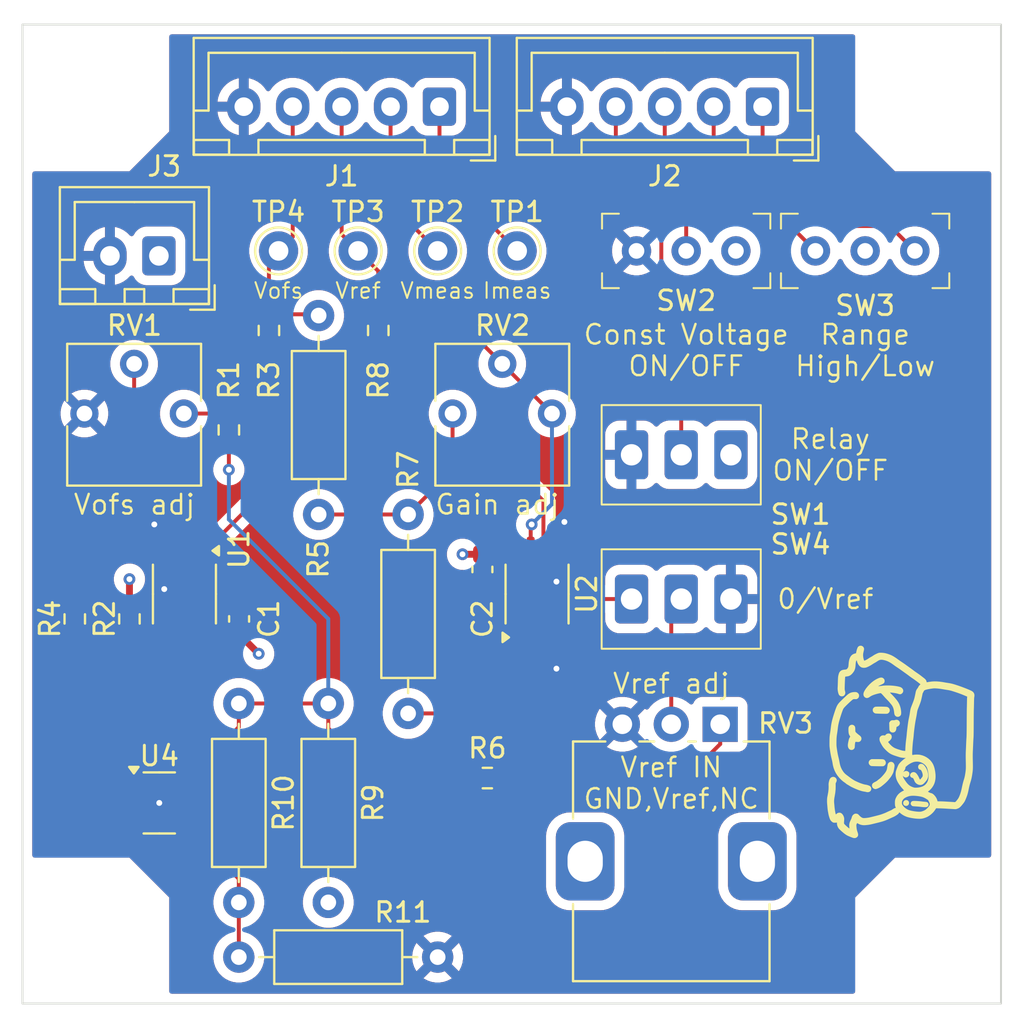
<source format=kicad_pcb>
(kicad_pcb (version 20241229) (generator "pcbnew") (generator_version "9.0")
  (layers (0 "F.Cu" signal) (4 "In1.Cu" signal) (6 "In2.Cu" signal) (2 "B.Cu" signal) (13 "F.Paste" user) (15 "B.Paste" user) (5 "F.SilkS" user "F.Silkscreen") (7 "B.SilkS" user "B.Silkscreen") (1 "F.Mask" user) (3 "B.Mask" user) (25 "Edge.Cuts" user))
  (net 0 "")
  (net 1 "+5V")
  (net 2 "GND")
  (net 3 "Net-(R1-Pad1)")
  (net 4 "Vmeas")
  (net 5 "Net-(R3-Pad1)")
  (net 6 "Imeas")
  (net 7 "LOAD_ENABLE")
  (net 8 "Vconst_ENABLE")
  (net 9 "Vofs")
  (net 10 "SHUNT_SELECT2")
  (net 11 "SHUNT_SELECT1")
  (net 12 "VAA")
  (net 13 "Net-(R5-Pad1)")
  (net 14 "Net-(R2-Pad1)")
  (net 15 "Net-(R6-Pad1)")
  (net 16 "Net-(R7-Pad2)")
  (net 17 "Net-(RV1-Pad2)")
  (net 18 "Vref")
  (net 19 "Net-(R8-Pad1)")
  (net 20 "Net-(U4-FB)")
  (net 21 "Net-(U1-Pad6)")
  (net 22 "Net-(SW4-B)")
  (net 23 "Net-(SW4-A)")
  (footprint "TestPoint:TestPoint_THTPad_D2.0mm_Drill1.0mm" (layer "F.Cu") (at 61.214 51.562)
    (property "Reference" "TP2" (at 0 -1.998 0) (layer "F.SilkS"))
    (property "Value" "TestPoint_Small")
    (pad "1" thru_hole circle (at 0 0) (size 2 2) (drill 1) (layers "*.Cu" "*.Mask") (net 4 "Vmeas"))
  )
  (footprint "Resistor_SMD:R_0603_1608Metric" (layer "F.Cu") (at 63.754 78.486 180)
    (property "Reference" "R6" (at 0 1.524 0) (layer "F.SilkS"))
    (property "Value" "1k")
    (pad "1" smd roundrect (at -0.825 0 180) (size 0.8 0.95) (layers "F.Cu" "F.Mask" "F.Paste") (net 15 "Net-(R6-Pad1)"))
    (pad "2" smd roundrect (at 0.825 0 180) (size 0.8 0.95) (layers "F.Cu" "F.Mask" "F.Paste") (net 12 "VAA"))
  )
  (footprint "Resistor_THT:R_Axial_DIN0207_L6.3mm_D2.5mm_P10.16mm_Horizontal" (layer "F.Cu") (at 59.705 65.024 -90)
    (property "Reference" "R7" (at -2.286 0 90) (layer "F.SilkS"))
    (property "Value" "10k")
    (pad "1" thru_hole circle (at 0 0 270) (size 1.6 1.6) (drill 0.8) (layers "*.Cu" "*.Mask") (net 13 "Net-(R5-Pad1)"))
    (pad "2" thru_hole oval (at 10.16 0 270) (size 1.6 1.6) (drill 0.8) (layers "*.Cu" "*.Mask") (net 16 "Net-(R7-Pad2)"))
  )
  (footprint "Resistor_SMD:R_0603_1608Metric" (layer "F.Cu") (at 58.181 55.626 90)
    (property "Reference" "R8" (at -2.54 0 90) (layer "F.SilkS"))
    (property "Value" "1k")
    (pad "1" smd roundrect (at -0.825 0 90) (size 0.8 0.95) (layers "F.Cu" "F.Mask" "F.Paste") (net 19 "Net-(R8-Pad1)"))
    (pad "2" smd roundrect (at 0.825 0 90) (size 0.8 0.95) (layers "F.Cu" "F.Mask" "F.Paste") (net 18 "Vref"))
  )
  (footprint "AM_Switch: SS-12D00G3" (layer "F.Cu") (at 83.058 51.562 180)
    (property "Reference" "SW3" (at 0 -2.794 0) (layer "F.SilkS"))
    (property "Value" "SW_SPDT")
    (pad "1" thru_hole circle (at -2.54 0 180) (size 1.5 1.5) (drill 0.8) (layers "*.Cu" "*.Mask") (net 10 "SHUNT_SELECT2"))
    (pad "2" thru_hole circle (at 0 0 180) (size 1.5 1.5) (drill 0.8) (layers "*.Cu" "*.Mask") (net 1 "+5V"))
    (pad "3" thru_hole circle (at 2.54 0 180) (size 1.5 1.5) (drill 0.8) (layers "*.Cu" "*.Mask") (net 11 "SHUNT_SELECT1"))
  )
  (footprint "Potentiometer_THT:Potentiometer_Vishay_T73YP_Vertical" (layer "F.Cu") (at 48.245 59.869 90)
    (property "Reference" "RV1" (at 4.497 -2.525 180) (layer "F.SilkS"))
    (property "Value" "10k")
    (pad "1" thru_hole circle (at 0 0 90) (size 1.44 1.44) (drill 0.8) (layers "*.Cu" "*.Mask") (net 3 "Net-(R1-Pad1)"))
    (pad "2" thru_hole circle (at 2.54 -2.54 90) (size 1.44 1.44) (drill 0.8) (layers "*.Cu" "*.Mask") (net 17 "Net-(RV1-Pad2)"))
    (pad "3" thru_hole circle (at 0 -5.08 90) (size 1.44 1.44) (drill 0.8) (layers "*.Cu" "*.Mask") (net 2 "GND"))
  )
  (footprint "AM_Switch: SS-12D00G3" (layer "F.Cu") (at 73.914 51.562 180)
    (property "Reference" "SW2" (at 0 -2.54 0) (layer "F.SilkS"))
    (property "Value" "SW_SPDT")
    (pad "1" thru_hole circle (at -2.54 0 180) (size 1.5 1.5) (drill 0.8) (layers "*.Cu" "*.Mask") (net 1 "+5V"))
    (pad "2" thru_hole circle (at 0 0 180) (size 1.5 1.5) (drill 0.8) (layers "*.Cu" "*.Mask") (net 8 "Vconst_ENABLE"))
    (pad "3" thru_hole circle (at 2.54 0 180) (size 1.5 1.5) (drill 0.8) (layers "*.Cu" "*.Mask") (net 2 "GND"))
  )
  (footprint "Potentiometer_THT:Potentiometer_Vishay_T73YP_Vertical" (layer "F.Cu") (at 67.056 59.869 90)
    (property "Reference" "RV2" (at 4.497 -2.525 180) (layer "F.SilkS"))
    (property "Value" "20k")
    (pad "1" thru_hole circle (at 0 0 90) (size 1.44 1.44) (drill 0.8) (layers "*.Cu" "*.Mask") (net 19 "Net-(R8-Pad1)"))
    (pad "2" thru_hole circle (at 2.54 -2.54 90) (size 1.44 1.44) (drill 0.8) (layers "*.Cu" "*.Mask") (net 19 "Net-(R8-Pad1)"))
    (pad "3" thru_hole circle (at 0 -5.08 90) (size 1.44 1.44) (drill 0.8) (layers "*.Cu" "*.Mask") (net 13 "Net-(R5-Pad1)"))
  )
  (footprint "AM_Switch:2MS1-T1-B4-M2-Q-E" (layer "F.Cu") (at 73.66 69.342)
    (property "Reference" "SW4" (at 6.096 -2.794 0) (layer "F.SilkS"))
    (property "Value" "SW_SPDT")
    (pad "1" thru_hole roundrect (at -2.54 0) (size 1.7 2.5) (drill 1.09) (layers "*.Cu" "*.Mask") (roundrect_rratio 0.15) (net 23 "Net-(SW4-A)"))
    (pad "2" thru_hole roundrect (at 0 0) (size 1.7 2.5) (drill 1.09) (layers "*.Cu" "*.Mask") (roundrect_rratio 0.15) (net 22 "Net-(SW4-B)"))
    (pad "3" thru_hole roundrect (at 2.54 0) (size 1.7 2.5) (drill 1.09) (layers "*.Cu" "*.Mask") (roundrect_rratio 0.15) (net 2 "GND"))
  )
  (footprint "Resistor_THT:R_Axial_DIN0207_L6.3mm_D2.5mm_P10.16mm_Horizontal" (layer "F.Cu") (at 61.214 87.63 180)
    (property "Reference" "R11" (at 1.778 2.286 0) (layer "F.SilkS"))
    (property "Value" "1k")
    (pad "1" thru_hole circle (at 0 0 180) (size 1.6 1.6) (drill 0.8) (layers "*.Cu" "*.Mask") (net 2 "GND"))
    (pad "2" thru_hole oval (at 10.16 0 180) (size 1.6 1.6) (drill 0.8) (layers "*.Cu" "*.Mask") (net 20 "Net-(U4-FB)"))
  )
  (footprint "TestPoint:TestPoint_THTPad_D2.0mm_Drill1.0mm" (layer "F.Cu") (at 57.15 51.562)
    (property "Reference" "TP3" (at 0 -1.998 0) (layer "F.SilkS"))
    (property "Value" "TestPoint_Small")
    (pad "1" thru_hole circle (at 0 0) (size 2 2) (drill 1) (layers "*.Cu" "*.Mask") (net 18 "Vref"))
  )
  (footprint "MountingHole:MountingHole_3.2mm_M3" (layer "F.Cu") (at 44 44)
    (property "Reference" "H1" (hide yes))
    (property "Value" "MountingHole")
    (pad "" np_thru_hole circle (at 0 0) (size 3.2 3.2) (drill 3.2) (layers "*.Cu" "*.Mask"))
  )
  (footprint "Resistor_SMD:R_0603_1608Metric" (layer "F.Cu") (at 52.593 55.626 90)
    (property "Reference" "R3" (at -2.54 0 90) (layer "F.SilkS"))
    (property "Value" "1k")
    (pad "1" smd roundrect (at -0.825 0 90) (size 0.8 0.95) (layers "F.Cu" "F.Mask" "F.Paste") (net 5 "Net-(R3-Pad1)"))
    (pad "2" smd roundrect (at 0.825 0 90) (size 0.8 0.95) (layers "F.Cu" "F.Mask" "F.Paste") (net 9 "Vofs"))
  )
  (footprint "Potentiometer_THT:Potentiometer_Alps_RK09K_Single_Vertical" (layer "F.Cu") (at 75.652 75.738 -90)
    (property "Reference" "RV3" (at -0.046 -3.342 0) (layer "F.SilkS"))
    (property "Value" "10k")
    (pad "1" thru_hole rect (at 0 0 270) (size 1.8 1.8) (drill 1) (layers "*.Cu" "*.Mask") (net 15 "Net-(R6-Pad1)"))
    (pad "2" thru_hole circle (at 0 2.5 270) (size 1.8 1.8) (drill 1) (layers "*.Cu" "*.Mask") (net 22 "Net-(SW4-B)"))
    (pad "3" thru_hole circle (at 0 5 270) (size 1.8 1.8) (drill 1) (layers "*.Cu" "*.Mask") (net 2 "GND"))
    (pad "MP" thru_hole roundrect (at 7 -1.9 270) (size 4 3) (drill oval 2.1 1.8) (layers "*.Cu" "*.Mask"))
    (pad "MP" thru_hole roundrect (at 7 6.9 270) (size 4 3) (drill oval 2.1 1.8) (layers "*.Cu" "*.Mask"))
  )
  (footprint "MountingHole:MountingHole_3.2mm_M3" (layer "F.Cu") (at 86 86)
    (property "Reference" "H3" (hide yes))
    (property "Value" "MountingHole")
    (pad "" np_thru_hole circle (at 0 0) (size 3.2 3.2) (drill 3.2) (layers "*.Cu" "*.Mask"))
  )
  (footprint "Resistor_SMD:R_0603_1608Metric" (layer "F.Cu") (at 45.466 70.358 90)
    (property "Reference" "R2" (at 0 -1.27 90) (layer "F.SilkS"))
    (property "Value" "1k")
    (pad "1" smd roundrect (at -0.825 0 90) (size 0.8 0.95) (layers "F.Cu" "F.Mask" "F.Paste") (net 14 "Net-(R2-Pad1)"))
    (pad "2" smd roundrect (at 0.825 0 90) (size 0.8 0.95) (layers "F.Cu" "F.Mask" "F.Paste") (net 1 "+5V"))
  )
  (footprint "Package_SO:MSOP-8_3x3mm_P0.65mm" (layer "F.Cu") (at 48.275 69.088 -90)
    (property "Reference" "U1" (at -2.286 -2.794 90) (layer "F.SilkS"))
    (property "Value" "S-89713B-K8T2U")
    (pad "1" smd roundrect (at -2.1125 -0.975 270) (size 1.625 0.4) (layers "F.Cu" "F.Mask" "F.Paste") (net 5 "Net-(R3-Pad1)"))
    (pad "2" smd roundrect (at -2.1125 -0.325 270) (size 1.625 0.4) (layers "F.Cu" "F.Mask" "F.Paste") (net 5 "Net-(R3-Pad1)"))
    (pad "3" smd roundrect (at -2.1125 0.325 270) (size 1.625 0.4) (layers "F.Cu" "F.Mask" "F.Paste") (net 17 "Net-(RV1-Pad2)"))
    (pad "4" smd roundrect (at -2.1125 0.975 270) (size 1.625 0.4) (layers "F.Cu" "F.Mask" "F.Paste") (net 2 "GND"))
    (pad "5" smd roundrect (at 2.1125 0.975 270) (size 1.625 0.4) (layers "F.Cu" "F.Mask" "F.Paste") (net 14 "Net-(R2-Pad1)"))
    (pad "6" smd roundrect (at 2.1125 0.325 270) (size 1.625 0.4) (layers "F.Cu" "F.Mask" "F.Paste") (net 21 "Net-(U1-Pad6)"))
    (pad "7" smd roundrect (at 2.1125 -0.325 270) (size 1.625 0.4) (layers "F.Cu" "F.Mask" "F.Paste") (net 21 "Net-(U1-Pad6)"))
    (pad "8" smd roundrect (at 2.1125 -0.975 270) (size 1.625 0.4) (layers "F.Cu" "F.Mask" "F.Paste") (net 1 "+5V"))
  )
  (footprint "Package_SO:MSOP-8_3x3mm_P0.65mm" (layer "F.Cu") (at 66.294 69.088 90)
    (property "Reference" "U2" (at 0 2.54 90) (layer "F.SilkS"))
    (property "Value" "S-89713B-K8T2U")
    (pad "1" smd roundrect (at -2.1125 -0.975 90) (size 1.625 0.4) (layers "F.Cu" "F.Mask" "F.Paste") (net 16 "Net-(R7-Pad2)"))
    (pad "2" smd roundrect (at -2.1125 -0.325 90) (size 1.625 0.4) (layers "F.Cu" "F.Mask" "F.Paste") (net 16 "Net-(R7-Pad2)"))
    (pad "3" smd roundrect (at -2.1125 0.325 90) (size 1.625 0.4) (layers "F.Cu" "F.Mask" "F.Paste") (net 23 "Net-(SW4-A)"))
    (pad "4" smd roundrect (at -2.1125 0.975 90) (size 1.625 0.4) (layers "F.Cu" "F.Mask" "F.Paste") (net 2 "GND"))
    (pad "5" smd roundrect (at 2.1125 0.975 90) (size 1.625 0.4) (layers "F.Cu" "F.Mask" "F.Paste") (net 2 "GND"))
    (pad "6" smd roundrect (at 2.1125 0.325 90) (size 1.625 0.4) (layers "F.Cu" "F.Mask" "F.Paste") (net 13 "Net-(R5-Pad1)"))
    (pad "7" smd roundrect (at 2.1125 -0.325 90) (size 1.625 0.4) (layers "F.Cu" "F.Mask" "F.Paste") (net 19 "Net-(R8-Pad1)"))
    (pad "8" smd roundrect (at 2.1125 -0.975 90) (size 1.625 0.4) (layers "F.Cu" "F.Mask" "F.Paste") (net 1 "+5V"))
  )
  (footprint "TestPoint:TestPoint_THTPad_D2.0mm_Drill1.0mm" (layer "F.Cu") (at 65.278 51.562)
    (property "Reference" "TP1" (at 0 -1.998 0) (layer "F.SilkS"))
    (property "Value" "TestPoint_Small")
    (pad "1" thru_hole circle (at 0 0) (size 2 2) (drill 1) (layers "*.Cu" "*.Mask") (net 6 "Imeas"))
  )
  (footprint "Connector_JST:JST_XH_B5B-XH-A_1x05_P2.50mm_Vertical" (layer "F.Cu") (at 61.308 44.196 180)
    (property "Reference" "J1" (at 5 -3.55 0) (layer "F.SilkS"))
    (property "Value" "AnalogIO")
    (pad "1" thru_hole roundrect (at 0 0 180) (size 1.7 1.95) (drill 0.95) (layers "*.Cu" "*.Mask") (roundrect_rratio 0.147059) (net 6 "Imeas"))
    (pad "2" thru_hole oval (at 2.5 0 180) (size 1.7 1.95) (drill 0.95) (layers "*.Cu" "*.Mask") (net 4 "Vmeas"))
    (pad "3" thru_hole oval (at 5 0 180) (size 1.7 1.95) (drill 0.95) (layers "*.Cu" "*.Mask") (net 18 "Vref"))
    (pad "4" thru_hole oval (at 7.5 0 180) (size 1.7 1.95) (drill 0.95) (layers "*.Cu" "*.Mask") (net 9 "Vofs"))
    (pad "5" thru_hole oval (at 10 0 180) (size 1.7 1.95) (drill 0.95) (layers "*.Cu" "*.Mask") (net 2 "GND"))
  )
  (footprint "Resistor_SMD:R_0603_1608Metric" (layer "F.Cu") (at 50.546 60.706 -90)
    (property "Reference" "R1" (at -2.54 0 90) (layer "F.SilkS"))
    (property "Value" "1k")
    (pad "1" smd roundrect (at -0.825 0 270) (size 0.8 0.95) (layers "F.Cu" "F.Mask" "F.Paste") (net 3 "Net-(R1-Pad1)"))
    (pad "2" smd roundrect (at 0.825 0 270) (size 0.8 0.95) (layers "F.Cu" "F.Mask" "F.Paste") (net 12 "VAA"))
  )
  (footprint "MountingHole:MountingHole_3.2mm_M3" (layer "F.Cu") (at 44 86)
    (property "Reference" "H4" (hide yes))
    (property "Value" "MountingHole")
    (pad "" np_thru_hole circle (at 0 0) (size 3.2 3.2) (drill 3.2) (layers "*.Cu" "*.Mask"))
  )
  (footprint "Resistor_THT:R_Axial_DIN0207_L6.3mm_D2.5mm_P10.16mm_Horizontal" (layer "F.Cu") (at 55.133 65.024 90)
    (property "Reference" "R5" (at -2.286 -0.015 90) (layer "F.SilkS"))
    (property "Value" "10k")
    (pad "1" thru_hole circle (at 0 0 90) (size 1.6 1.6) (drill 0.8) (layers "*.Cu" "*.Mask") (net 13 "Net-(R5-Pad1)"))
    (pad "2" thru_hole oval (at 10.16 0 90) (size 1.6 1.6) (drill 0.8) (layers "*.Cu" "*.Mask") (net 9 "Vofs"))
  )
  (footprint "Capacitor_SMD:C_0603_1608Metric" (layer "F.Cu") (at 63.5 67.831 -90)
    (property "Reference" "C2" (at 2.527 0 90) (layer "F.SilkS"))
    (property "Value" "0.1u")
    (pad "1" smd roundrect (at -0.775 0 270) (size 0.9 0.95) (layers "F.Cu" "F.Mask" "F.Paste") (net 1 "+5V"))
    (pad "2" smd roundrect (at 0.775 0 270) (size 0.9 0.95) (layers "F.Cu" "F.Mask" "F.Paste") (net 2 "GND"))
  )
  (footprint "Package_TO_SOT_SMD:SOT-23-5" (layer "F.Cu") (at 46.99 79.756)
    (property "Reference" "U4" (at 0 -2.4 0) (layer "F.SilkS"))
    (property "Value" "NJM2825F")
    (pad "1" smd roundrect (at -1.1375 -0.95) (size 1.325 0.6) (layers "F.Cu" "F.Mask" "F.Paste"))
    (pad "2" smd roundrect (at -1.1375 0) (size 1.325 0.6) (layers "F.Cu" "F.Mask" "F.Paste") (net 2 "GND"))
    (pad "3" smd roundrect (at -1.1375 0.95) (size 1.325 0.6) (layers "F.Cu" "F.Mask" "F.Paste"))
    (pad "4" smd roundrect (at 1.1375 0.95) (size 1.325 0.6) (layers "F.Cu" "F.Mask" "F.Paste") (net 20 "Net-(U4-FB)"))
    (pad "5" smd roundrect (at 1.1375 -0.95) (size 1.325 0.6) (layers "F.Cu" "F.Mask" "F.Paste") (net 12 "VAA"))
  )
  (footprint "Capacitor_SMD:C_0603_1608Metric" (layer "F.Cu") (at 51.069 70.358 90)
    (property "Reference" "C1" (at 0 1.524 90) (layer "F.SilkS"))
    (property "Value" "0.1u")
    (pad "1" smd roundrect (at -0.775 0 90) (size 0.9 0.95) (layers "F.Cu" "F.Mask" "F.Paste") (net 1 "+5V"))
    (pad "2" smd roundrect (at 0.775 0 90) (size 0.9 0.95) (layers "F.Cu" "F.Mask" "F.Paste") (net 2 "GND"))
  )
  (footprint "TestPoint:TestPoint_THTPad_D2.0mm_Drill1.0mm" (layer "F.Cu") (at 53.086 51.562)
    (property "Reference" "TP4" (at 0 -1.998 0) (layer "F.SilkS"))
    (property "Value" "TestPoint_Small")
    (pad "1" thru_hole circle (at 0 0) (size 2 2) (drill 1) (layers "*.Cu" "*.Mask") (net 9 "Vofs"))
  )
  (footprint "Connector_JST:JST_XH_B2B-XH-A_1x02_P2.50mm_Vertical" (layer "F.Cu") (at 46.97 51.816 180)
    (property "Reference" "J3" (at -0.274 4.572 0) (layer "F.SilkS"))
    (property "Value" "Conn_01x02")
    (pad "1" thru_hole roundrect (at 0 0 180) (size 1.7 2) (drill 1) (layers "*.Cu" "*.Mask") (roundrect_rratio 0.147059) (net 1 "+5V"))
    (pad "2" thru_hole oval (at 2.5 0 180) (size 1.7 2) (drill 1) (layers "*.Cu" "*.Mask") (net 2 "GND"))
  )
  (footprint "AM_Switch:2MS1-T1-B4-M2-Q-E" (layer "F.Cu") (at 73.66 61.976)
    (property "Reference" "SW1" (at 6.096 3.048 0) (layer "F.SilkS"))
    (property "Value" "SW_SPDT")
    (pad "1" thru_hole roundrect (at -2.54 0) (size 1.7 2.5) (drill 1.09) (layers "*.Cu" "*.Mask") (roundrect_rratio 0.15) (net 2 "GND"))
    (pad "2" thru_hole roundrect (at 0 0) (size 1.7 2.5) (drill 1.09) (layers "*.Cu" "*.Mask") (roundrect_rratio 0.15) (net 7 "LOAD_ENABLE"))
    (pad "3" thru_hole roundrect (at 2.54 0) (size 1.7 2.5) (drill 1.09) (layers "*.Cu" "*.Mask") (roundrect_rratio 0.15) (net 1 "+5V"))
  )
  (footprint "Connector_JST:JST_XH_B5B-XH-A_1x05_P2.50mm_Vertical" (layer "F.Cu") (at 77.818 44.196 180)
    (property "Reference" "J2" (at 5 -3.55 0) (layer "F.SilkS"))
    (property "Value" "Switch_Control")
    (pad "1" thru_hole roundrect (at 0 0 180) (size 1.7 1.95) (drill 0.95) (layers "*.Cu" "*.Mask") (roundrect_rratio 0.147059) (net 10 "SHUNT_SELECT2"))
    (pad "2" thru_hole oval (at 2.5 0 180) (size 1.7 1.95) (drill 0.95) (layers "*.Cu" "*.Mask") (net 11 "SHUNT_SELECT1"))
    (pad "3" thru_hole oval (at 5 0 180) (size 1.7 1.95) (drill 0.95) (layers "*.Cu" "*.Mask") (net 8 "Vconst_ENABLE"))
    (pad "4" thru_hole oval (at 7.5 0 180) (size 1.7 1.95) (drill 0.95) (layers "*.Cu" "*.Mask") (net 7 "LOAD_ENABLE"))
    (pad "5" thru_hole oval (at 10 0 180) (size 1.7 1.95) (drill 0.95) (layers "*.Cu" "*.Mask") (net 2 "GND"))
  )
  (footprint "MountingHole:MountingHole_3.2mm_M3" (layer "F.Cu") (at 86 44)
    (property "Reference" "H2" (hide yes))
    (property "Value" "MountingHole")
    (pad "" np_thru_hole circle (at 0 0) (size 3.2 3.2) (drill 3.2) (layers "*.Cu" "*.Mask"))
  )
  (footprint "Resistor_THT:R_Axial_DIN0207_L6.3mm_D2.5mm_P10.16mm_Horizontal" (layer "F.Cu") (at 51.054 84.836 90)
    (property "Reference" "R10" (at 5.08 2.286 90) (layer "F.SilkS"))
    (property "Value" "1k")
    (pad "1" thru_hole circle (at 0 0 90) (size 1.6 1.6) (drill 0.8) (layers "*.Cu" "*.Mask") (net 20 "Net-(U4-FB)"))
    (pad "2" thru_hole oval (at 10.16 0 90) (size 1.6 1.6) (drill 0.8) (layers "*.Cu" "*.Mask") (net 12 "VAA"))
  )
  (footprint "Resistor_SMD:R_0603_1608Metric" (layer "F.Cu") (at 42.672 70.358 -90)
    (property "Reference" "R4" (at 0 1.27 90) (layer "F.SilkS"))
    (property "Value" "1k")
    (pad "1" smd roundrect (at -0.825 0 270) (size 0.8 0.95) (layers "F.Cu" "F.Mask" "F.Paste") (net 2 "GND"))
    (pad "2" smd roundrect (at 0.825 0 270) (size 0.8 0.95) (layers "F.Cu" "F.Mask" "F.Paste") (net 14 "Net-(R2-Pad1)"))
  )
  (footprint "Eoshi-chan_v2:Eoshi-chan-v2_10x10" (layer "F.Cu") (at 84.836 76.708 -90)
    (property "Reference" "P1" (hide yes))
    (property "Value" "Eoshi-chan_Silk" (hide yes))
  )
  (footprint "Resistor_THT:R_Axial_DIN0207_L6.3mm_D2.5mm_P10.16mm_Horizontal" (layer "F.Cu") (at 55.626 74.676 -90)
    (property "Reference" "R9" (at 5.08 -2.286 90) (layer "F.SilkS"))
    (property "Value" "1k")
    (pad "1" thru_hole circle (at 0 0 270) (size 1.6 1.6) (drill 0.8) (layers "*.Cu" "*.Mask") (net 12 "VAA"))
    (pad "2" thru_hole oval (at 10.16 0 270) (size 1.6 1.6) (drill 0.8) (layers "*.Cu" "*.Mask") (net 1 "+5V"))
  )
  (gr_rect (start 40 40) (end 90 90) (stroke (width 0.1)) (fill no) (layer "Edge.Cuts"))
  (gr_text "Imeas" (at 65.278 53.594 0) (layer "F.SilkS") (effects (font (size 0.8 0.8) (thickness 0.1))))
  (gr_text "Vofs" (at 53.086 53.594 0) (layer "F.SilkS") (effects (font (size 0.8 0.8) (thickness 0.1))))
  (gr_text "Vofs adj" (at 45.72 64.516 0) (layer "F.SilkS") (effects (font (size 1 1) (thickness 0.125))))
  (gr_text "Vmeas" (at 61.214 53.594 0) (layer "F.SilkS") (effects (font (size 0.8 0.8) (thickness 0.1))))
  (gr_text "Gain adj" (at 64.262 64.516 0) (layer "F.SilkS") (effects (font (size 1 1) (thickness 0.125))))
  (gr_text "Range\nHigh/Low" (at 83.058 56.642 0) (layer "F.SilkS") (effects (font (size 1 1) (thickness 0.125))))
  (gr_text "Vref adj" (at 73.1525 73.66 0) (layer "F.SilkS") (effects (font (size 1 1) (thickness 0.125))))
  (gr_text "Const Voltage\nON/OFF" (at 73.914 56.642 0) (layer "F.SilkS") (effects (font (size 1 1) (thickness 0.125))))
  (gr_text "Vref IN\nGND,Vref,NC" (at 73.152 78.74 0) (layer "F.SilkS") (effects (font (size 1 1) (thickness 0.125))))
  (gr_text "0/Vref" (at 81.026 69.342 0) (layer "F.SilkS") (effects (font (size 1 1) (thickness 0.125))))
  (gr_text "Vref" (at 57.15 53.594 0) (layer "F.SilkS") (effects (font (size 0.8 0.8) (thickness 0.1))))
  (gr_text "Relay\nON/OFF" (at 81.28 61.976 0) (layer "F.SilkS") (effects (font (size 1 1) (thickness 0.125))))
  (segment (start 51.069 71.133) (end 51.069 71.135) (width 0.35) (layer "F.Cu") (net 1))
  (segment (start 51.069 71.135) (end 52.07 72.136) (width 0.35) (layer "F.Cu") (net 1))
  (segment (start 51.0015 71.2005) (end 51.069 71.133) (width 0.35) (layer "F.Cu") (net 1))
  (segment (start 45.466 69.533) (end 45.466 68.326) (width 0.35) (layer "F.Cu") (net 1))
  (segment (start 63.5 67.056) (end 63.5805 66.9755) (width 0.35) (layer "F.Cu") (net 1))
  (segment (start 49.25 71.2005) (end 51.0015 71.2005) (width 0.35) (layer "F.Cu") (net 1))
  (segment (start 63.5805 66.9755) (end 65.319 66.9755) (width 0.35) (layer "F.Cu") (net 1))
  (segment (start 63.5 67.056) (end 62.484 67.056) (width 0.35) (layer "F.Cu") (net 1))
  (via (at 62.484 67.056) (size 0.6) (drill 0.3) (layers "F.Cu" "B.Cu") (net 1))
  (via (at 45.466 68.326) (size 0.6) (drill 0.3) (layers "F.Cu" "B.Cu") (net 1))
  (via (at 52.07 72.136) (size 0.6) (drill 0.3) (layers "F.Cu" "B.Cu") (net 1))
  (segment (start 67.269 65.827) (end 67.269 66.9755) (width 0.35) (layer "F.Cu") (net 2))
  (segment (start 67.691 65.405) (end 67.269 65.827) (width 0.35) (layer "F.Cu") (net 2))
  (segment (start 67.2846 68.453) (end 67.269 68.4374) (width 0.35) (layer "F.Cu") (net 2))
  (segment (start 46.736 65.532) (end 47.3 66.096) (width 0.35) (layer "F.Cu") (net 2))
  (segment (start 67.269 72.8824) (end 67.269 71.2005) (width 0.35) (layer "F.Cu") (net 2))
  (segment (start 67.2846 72.898) (end 67.269 72.8824) (width 0.35) (layer "F.Cu") (net 2))
  (segment (start 47.3 68.778) (end 47.3 66.9755) (width 0.35) (layer "F.Cu") (net 2))
  (segment (start 47.244 68.834) (end 47.3 68.778) (width 0.35) (layer "F.Cu") (net 2))
  (segment (start 67.269 68.4374) (end 67.269 66.9755) (width 0.35) (layer "F.Cu") (net 2))
  (segment (start 47.3 66.096) (end 47.3 66.9755) (width 0.35) (layer "F.Cu") (net 2))
  (via (at 47.244 68.834) (size 0.6) (drill 0.3) (layers "F.Cu" "B.Cu") (net 2))
  (via (at 67.2846 72.898) (size 0.6) (drill 0.3) (layers "F.Cu" "B.Cu") (net 2))
  (via (at 67.2846 68.453) (size 0.6) (drill 0.3) (layers "F.Cu" "B.Cu") (net 2))
  (via (at 46.99 79.756) (size 0.6) (drill 0.3) (layers "F.Cu" "B.Cu") (net 2))
  (via (at 67.691 65.405) (size 0.6) (drill 0.3) (layers "F.Cu" "B.Cu") (net 2))
  (via (at 46.736 65.532) (size 0.6) (drill 0.3) (layers "F.Cu" "B.Cu") (net 2))
  (segment (start 50.534 59.869) (end 50.546 59.881) (width 0.2) (layer "F.Cu") (net 3))
  (segment (start 48.245 59.869) (end 50.534 59.869) (width 0.2) (layer "F.Cu") (net 3))
  (segment (start 58.808 49.156) (end 61.214 51.562) (width 0.2) (layer "F.Cu") (net 4))
  (segment (start 58.808 44.196) (end 58.808 49.156) (width 0.2) (layer "F.Cu") (net 4))
  (segment (start 52.593 63.6325) (end 52.593 56.451) (width 0.2) (layer "F.Cu") (net 5))
  (segment (start 49.25 66.9755) (end 52.593 63.6325) (width 0.2) (layer "F.Cu") (net 5))
  (segment (start 48.6 66.9755) (end 49.25 66.9755) (width 0.2) (layer "F.Cu") (net 5))
  (segment (start 61.308 44.196) (end 61.308 47.592) (width 0.2) (layer "F.Cu") (net 6))
  (segment (start 61.308 47.592) (end 65.278 51.562) (width 0.2) (layer "F.Cu") (net 6))
  (segment (start 70.318 44.196) (end 70.318 47.458) (width 0.2) (layer "F.Cu") (net 7))
  (segment (start 72.644 49.784) (end 72.644 55.88) (width 0.2) (layer "F.Cu") (net 7))
  (segment (start 72.644 55.88) (end 73.66 56.896) (width 0.2) (layer "F.Cu") (net 7))
  (segment (start 70.318 47.458) (end 72.644 49.784) (width 0.2) (layer "F.Cu") (net 7))
  (segment (start 73.66 56.896) (end 73.66 61.976) (width 0.2) (layer "F.Cu") (net 7))
  (segment (start 72.818 47.926) (end 73.914 49.022) (width 0.2) (layer "F.Cu") (net 8))
  (segment (start 72.818 44.196) (end 72.818 47.926) (width 0.2) (layer "F.Cu") (net 8))
  (segment (start 73.914 49.022) (end 73.914 51.562) (width 0.2) (layer "F.Cu") (net 8))
  (segment (start 52.593 54.801) (end 55.07 54.801) (width 0.2) (layer "F.Cu") (net 9))
  (segment (start 55.07 54.801) (end 55.133 54.864) (width 0.2) (layer "F.Cu") (net 9))
  (segment (start 53.086 51.562) (end 53.808 50.84) (width 0.2) (layer "F.Cu") (net 9))
  (segment (start 53.808 50.84) (end 53.808 44.196) (width 0.2) (layer "F.Cu") (net 9))
  (segment (start 52.593 54.801) (end 52.593 52.055) (width 0.2) (layer "F.Cu") (net 9))
  (segment (start 52.593 52.055) (end 53.086 51.562) (width 0.2) (layer "F.Cu") (net 9))
  (segment (start 77.818 46.322) (end 81.788 50.292) (width 0.2) (layer "F.Cu") (net 10))
  (segment (start 81.788 50.292) (end 84.328 50.292) (width 0.2) (layer "F.Cu") (net 10))
  (segment (start 84.328 50.292) (end 85.598 51.562) (width 0.2) (layer "F.Cu") (net 10))
  (segment (start 77.818 44.196) (end 77.818 46.322) (width 0.2) (layer "F.Cu") (net 10))
  (segment (start 75.318 46.362) (end 80.518 51.562) (width 0.2) (layer "F.Cu") (net 11))
  (segment (start 75.318 44.196) (end 75.318 46.362) (width 0.2) (layer "F.Cu") (net 11))
  (segment (start 48.1275 78.806) (end 51.054 75.8795) (width 0.2) (layer "F.Cu") (net 12))
  (segment (start 58.166 78.486) (end 55.626 75.946) (width 0.2) (layer "F.Cu") (net 12))
  (segment (start 55.626 74.676) (end 51.054 74.676) (width 0.2) (layer "F.Cu") (net 12))
  (segment (start 51.054 75.8795) (end 51.054 74.676) (width 0.2) (layer "F.Cu") (net 12))
  (segment (start 55.626 75.946) (end 55.626 74.676) (width 0.2) (layer "F.Cu") (net 12))
  (segment (start 50.546 62.738) (end 50.546 61.531) (width 0.2) (layer "F.Cu") (net 12))
  (segment (start 62.929 78.486) (end 58.166 78.486) (width 0.2) (layer "F.Cu") (net 12))
  (via (at 50.546 62.738) (size 0.6) (drill 0.3) (layers "F.Cu" "B.Cu") (net 12))
  (segment (start 55.626 70.358) (end 50.546 65.278) (width 0.2) (layer "B.Cu") (net 12))
  (segment (start 50.546 65.278) (end 50.546 62.738) (width 0.2) (layer "B.Cu") (net 12))
  (segment (start 55.626 74.676) (end 55.626 70.358) (width 0.2) (layer "B.Cu") (net 12))
  (segment (start 65.024 62.738) (end 66.619 64.333) (width 0.2) (layer "F.Cu") (net 13))
  (segment (start 61.976 62.738) (end 61.976 62.753) (width 0.2) (layer "F.Cu") (net 13))
  (segment (start 61.976 62.738) (end 65.024 62.738) (width 0.2) (layer "F.Cu") (net 13))
  (segment (start 55.133 65.024) (end 59.705 65.024) (width 0.2) (layer "F.Cu") (net 13))
  (segment (start 66.619 64.333) (end 66.619 66.9755) (width 0.2) (layer "F.Cu") (net 13))
  (segment (start 61.976 62.753) (end 59.705 65.024) (width 0.2) (layer "F.Cu") (net 13))
  (segment (start 61.976 59.869) (end 61.976 62.738) (width 0.2) (layer "F.Cu") (net 13))
  (segment (start 45.466 71.183) (end 47.2825 71.183) (width 0.2) (layer "F.Cu") (net 14))
  (segment (start 47.2825 71.183) (end 47.3 71.2005) (width 0.2) (layer "F.Cu") (net 14))
  (segment (start 42.672 71.183) (end 45.466 71.183) (width 0.2) (layer "F.Cu") (net 14))
  (segment (start 75.652 76.748) (end 75.652 75.738) (width 0.2) (layer "F.Cu") (net 15))
  (segment (start 64.579 78.486) (end 73.914 78.486) (width 0.2) (layer "F.Cu") (net 15))
  (segment (start 73.914 78.486) (end 75.652 76.748) (width 0.2) (layer "F.Cu") (net 15))
  (segment (start 59.705 75.184) (end 61.3355 75.184) (width 0.2) (layer "F.Cu") (net 16))
  (segment (start 65.319 71.2005) (end 65.969 71.2005) (width 0.2) (layer "F.Cu") (net 16))
  (segment (start 61.3355 75.184) (end 65.319 71.2005) (width 0.2) (layer "F.Cu") (net 16))
  (segment (start 47.95 63.444) (end 47.95 66.9755) (width 0.2) (layer "F.Cu") (net 17))
  (segment (start 45.705 61.199) (end 47.95 63.444) (width 0.2) (layer "F.Cu") (net 17))
  (segment (start 45.705 57.329) (end 45.705 61.199) (width 0.2) (layer "F.Cu") (net 17))
  (segment (start 56.308 50.72) (end 56.308 44.196) (width 0.2) (layer "F.Cu") (net 18))
  (segment (start 58.181 52.593) (end 58.181 54.801) (width 0.2) (layer "F.Cu") (net 18))
  (segment (start 57.15 51.562) (end 56.308 50.72) (width 0.2) (layer "F.Cu") (net 18))
  (segment (start 57.15 51.562) (end 58.181 52.593) (width 0.2) (layer "F.Cu") (net 18))
  (segment (start 65.969 66.9755) (end 65.969 65.582) (width 0.2) (layer "F.Cu") (net 19))
  (segment (start 58.181 56.451) (end 63.638 56.451) (width 0.2) (layer "F.Cu") (net 19))
  (segment (start 64.516 57.329) (end 67.056 59.869) (width 0.2) (layer "F.Cu") (net 19))
  (segment (start 65.969 65.582) (end 66.019 65.532) (width 0.2) (layer "F.Cu") (net 19))
  (segment (start 63.638 56.451) (end 64.516 57.329) (width 0.2) (layer "F.Cu") (net 19))
  (via (at 66.019 65.532) (size 0.6) (drill 0.3) (layers "F.Cu" "B.Cu") (net 19))
  (segment (start 66.019 65.532) (end 67.056 64.495) (width 0.2) (layer "B.Cu") (net 19))
  (segment (start 67.056 64.495) (end 67.056 59.869) (width 0.2) (layer "B.Cu") (net 19))
  (segment (start 51.054 84.836) (end 51.054 87.63) (width 0.2) (layer "F.Cu") (net 20))
  (segment (start 48.1275 80.706) (end 51.054 83.6325) (width 0.2) (layer "F.Cu") (net 20))
  (segment (start 51.054 83.6325) (end 51.054 84.836) (width 0.2) (layer "F.Cu") (net 20))
  (segment (start 47.95 71.2005) (end 48.6 71.2005) (width 0.2) (layer "F.Cu") (net 21))
  (segment (start 73.152 69.85) (end 73.66 69.342) (width 0.2) (layer "F.Cu") (net 22))
  (segment (start 73.152 75.656) (end 73.152 69.85) (width 0.2) (layer "F.Cu") (net 22))
  (segment (start 66.619 70.033) (end 66.619 71.2005) (width 0.2) (layer "F.Cu") (net 23))
  (segment (start 71.12 69.342) (end 67.31 69.342) (width 0.2) (layer "F.Cu") (net 23))
  (segment (start 67.31 69.342) (end 66.619 70.033) (width 0.2) (layer "F.Cu") (net 23))
  (zone (net 2) (net_name "GND") (layer "F.Cu") (connect_pads (clearance 0.5)) (min_thickness 0.25) (fill yes (thermal_gap 0.5) (thermal_bridge_width 0.5))
    (polygon (pts (xy 82.55 45.466) (xy 84.582 47.498) (xy 89.662 47.498) (xy 89.662 82.55) (xy 84.582 82.55) (xy 82.55 84.582) (xy 82.55 89.662) (xy 47.498 89.662) (xy 47.498 84.582) (xy 45.466 82.55) (xy 40.386 82.55) (xy 40.386 47.498) (xy 45.466 47.498) (xy 47.498 45.466) (xy 47.498 40.132) (xy 82.55 40.132)))
    (polygon (pts (xy 71.9015 76.618) (xy 71.882 78.486) (xy 73.914 78.486) (xy 74.402 77.978) (xy 74.402 76.618)))
    (polygon (pts (xy 73.152 47.752) (xy 74.168 48.768) (xy 74.168 52.832) (xy 80.518 52.832) (xy 80.518 51.562) (xy 75.438 46.482) (xy 75.438 44.958) (xy 73.152 44.958)))
  )
  (zone (net 2) (net_name "GND") (layer "B.Cu") (priority 3) (connect_pads (clearance 0.5)) (min_thickness 0.25) (fill yes (thermal_gap 0.5) (thermal_bridge_width 0.5))
    (polygon (pts (xy 47.498 40.132) (xy 82.55 40.132) (xy 82.55 45.466) (xy 84.582 47.498) (xy 89.662 47.498) (xy 89.662 82.55) (xy 84.582 82.55) (xy 82.55 84.582) (xy 82.55 89.662) (xy 47.498 89.662) (xy 47.498 84.582) (xy 45.466 82.55) (xy 40.386 82.55) (xy 40.386 47.498) (xy 45.466 47.498) (xy 47.498 45.466)))
  )
)
</source>
